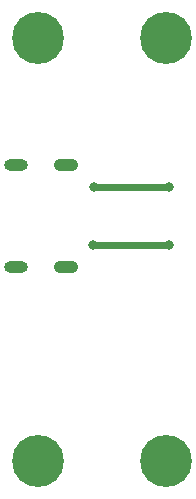
<source format=gbr>
%TF.GenerationSoftware,KiCad,Pcbnew,(5.1.10)-1*%
%TF.CreationDate,2021-05-17T17:41:51-05:00*%
%TF.ProjectId,YMDK_USB_C,594d444b-5f55-4534-925f-432e6b696361,rev?*%
%TF.SameCoordinates,Original*%
%TF.FileFunction,Copper,L2,Bot*%
%TF.FilePolarity,Positive*%
%FSLAX46Y46*%
G04 Gerber Fmt 4.6, Leading zero omitted, Abs format (unit mm)*
G04 Created by KiCad (PCBNEW (5.1.10)-1) date 2021-05-17 17:41:51*
%MOMM*%
%LPD*%
G01*
G04 APERTURE LIST*
%TA.AperFunction,ComponentPad*%
%ADD10O,2.000000X1.000000*%
%TD*%
%TA.AperFunction,ComponentPad*%
%ADD11O,2.100000X1.050000*%
%TD*%
%TA.AperFunction,ComponentPad*%
%ADD12C,4.400000*%
%TD*%
%TA.AperFunction,ViaPad*%
%ADD13C,0.800000*%
%TD*%
%TA.AperFunction,Conductor*%
%ADD14C,0.600000*%
%TD*%
G04 APERTURE END LIST*
D10*
%TO.P,J1,G1*%
%TO.N,GND*%
X131100000Y-64198000D03*
%TO.P,J1,G2*%
X131100000Y-72838000D03*
D11*
%TO.P,J1,G3*%
X135280000Y-64198000D03*
%TO.P,J1,G4*%
X135280000Y-72838000D03*
%TD*%
D12*
%TO.P,H2,1*%
%TO.N,GND*%
X132937000Y-53492500D03*
%TD*%
%TO.P,H1,1*%
%TO.N,GND*%
X143732000Y-53492500D03*
%TD*%
%TO.P,H4,1*%
%TO.N,GND*%
X143732000Y-89306500D03*
%TD*%
%TO.P,H3,1*%
%TO.N,GND*%
X132937000Y-89306500D03*
%TD*%
D13*
%TO.N,Net-(J1-PadA4/B9)*%
X137610000Y-70968001D03*
X144010000Y-66110000D03*
X137630000Y-66110000D03*
X143978001Y-70968001D03*
%TD*%
D14*
%TO.N,Net-(J1-PadA4/B9)*%
X137648001Y-70968001D02*
X137610000Y-70968001D01*
X144010000Y-66110000D02*
X137630000Y-66110000D01*
X137610000Y-70968001D02*
X143978001Y-70968001D01*
%TD*%
M02*

</source>
